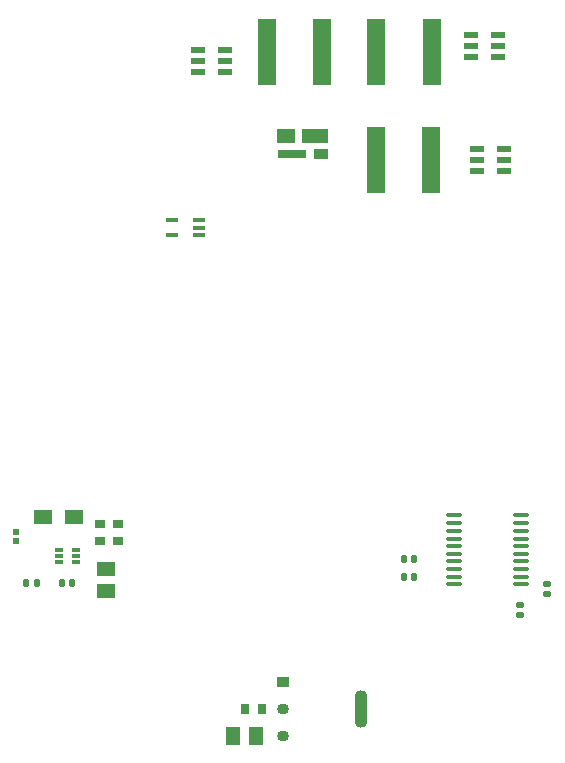
<source format=gtp>
G04*
G04 #@! TF.GenerationSoftware,Altium Limited,Altium Designer,21.6.4 (81)*
G04*
G04 Layer_Color=8421504*
%FSLAX23Y23*%
%MOIN*%
G70*
G04*
G04 #@! TF.SameCoordinates,B862E28A-B53C-4780-801C-F1A4676C09CD*
G04*
G04*
G04 #@! TF.FilePolarity,Positive*
G04*
G01*
G75*
%ADD19R,0.051X0.019*%
%ADD20R,0.063X0.224*%
%ADD21R,0.051X0.059*%
%ADD22R,0.059X0.051*%
%ADD23R,0.026X0.035*%
%ADD24R,0.035X0.026*%
G04:AMPARAMS|DCode=25|XSize=19mil|YSize=24mil|CornerRadius=2mil|HoleSize=0mil|Usage=FLASHONLY|Rotation=0.000|XOffset=0mil|YOffset=0mil|HoleType=Round|Shape=RoundedRectangle|*
%AMROUNDEDRECTD25*
21,1,0.019,0.020,0,0,0.0*
21,1,0.015,0.024,0,0,0.0*
1,1,0.004,0.008,-0.010*
1,1,0.004,-0.008,-0.010*
1,1,0.004,-0.008,0.010*
1,1,0.004,0.008,0.010*
%
%ADD25ROUNDEDRECTD25*%
G04:AMPARAMS|DCode=26|XSize=19mil|YSize=24mil|CornerRadius=2mil|HoleSize=0mil|Usage=FLASHONLY|Rotation=270.000|XOffset=0mil|YOffset=0mil|HoleType=Round|Shape=RoundedRectangle|*
%AMROUNDEDRECTD26*
21,1,0.019,0.020,0,0,270.0*
21,1,0.015,0.024,0,0,270.0*
1,1,0.004,-0.010,-0.008*
1,1,0.004,-0.010,0.008*
1,1,0.004,0.010,0.008*
1,1,0.004,0.010,-0.008*
%
%ADD26ROUNDEDRECTD26*%
%ADD27R,0.087X0.047*%
%ADD28R,0.059X0.051*%
%ADD29R,0.094X0.031*%
%ADD30R,0.051X0.035*%
G04:AMPARAMS|DCode=31|XSize=26mil|YSize=12mil|CornerRadius=1mil|HoleSize=0mil|Usage=FLASHONLY|Rotation=180.000|XOffset=0mil|YOffset=0mil|HoleType=Round|Shape=RoundedRectangle|*
%AMROUNDEDRECTD31*
21,1,0.026,0.010,0,0,180.0*
21,1,0.024,0.012,0,0,180.0*
1,1,0.002,-0.012,0.005*
1,1,0.002,0.012,0.005*
1,1,0.002,0.012,-0.005*
1,1,0.002,-0.012,-0.005*
%
%ADD31ROUNDEDRECTD31*%
%ADD32R,0.020X0.020*%
%ADD33O,0.053X0.016*%
G04:AMPARAMS|DCode=34|XSize=37mil|YSize=16mil|CornerRadius=2mil|HoleSize=0mil|Usage=FLASHONLY|Rotation=180.000|XOffset=0mil|YOffset=0mil|HoleType=Round|Shape=RoundedRectangle|*
%AMROUNDEDRECTD34*
21,1,0.037,0.012,0,0,180.0*
21,1,0.033,0.016,0,0,180.0*
1,1,0.004,-0.017,0.006*
1,1,0.004,0.017,0.006*
1,1,0.004,0.017,-0.006*
1,1,0.004,-0.017,-0.006*
%
%ADD34ROUNDEDRECTD34*%
G04:AMPARAMS|DCode=35|XSize=40mil|YSize=125mil|CornerRadius=17mil|HoleSize=0mil|Usage=FLASHONLY|Rotation=0.000|XOffset=0mil|YOffset=0mil|HoleType=Round|Shape=RoundedRectangle|*
%AMROUNDEDRECTD35*
21,1,0.040,0.091,0,0,0.0*
21,1,0.005,0.125,0,0,0.0*
1,1,0.034,0.003,-0.045*
1,1,0.034,-0.003,-0.045*
1,1,0.034,-0.003,0.045*
1,1,0.034,0.003,0.045*
%
%ADD35ROUNDEDRECTD35*%
G04:AMPARAMS|DCode=36|XSize=40mil|YSize=34mil|CornerRadius=17mil|HoleSize=0mil|Usage=FLASHONLY|Rotation=0.000|XOffset=0mil|YOffset=0mil|HoleType=Round|Shape=RoundedRectangle|*
%AMROUNDEDRECTD36*
21,1,0.040,0.000,0,0,0.0*
21,1,0.005,0.034,0,0,0.0*
1,1,0.034,0.003,0.000*
1,1,0.034,-0.003,0.000*
1,1,0.034,-0.003,0.000*
1,1,0.034,0.003,0.000*
%
%ADD36ROUNDEDRECTD36*%
%ADD37R,0.040X0.034*%
%ADD38R,0.059X0.047*%
D19*
X1995Y2343D02*
D03*
Y2380D02*
D03*
Y2417D02*
D03*
X2085D02*
D03*
Y2380D02*
D03*
Y2343D02*
D03*
X2015Y1963D02*
D03*
Y2000D02*
D03*
Y2037D02*
D03*
X2105D02*
D03*
Y2000D02*
D03*
Y1963D02*
D03*
X1085Y2293D02*
D03*
Y2330D02*
D03*
Y2367D02*
D03*
X1175D02*
D03*
Y2330D02*
D03*
Y2293D02*
D03*
D20*
X1680Y2360D02*
D03*
X1865D02*
D03*
X1677Y2000D02*
D03*
X1863D02*
D03*
X1500Y2360D02*
D03*
X1315D02*
D03*
D21*
X1277Y80D02*
D03*
X1203D02*
D03*
D22*
X780Y563D02*
D03*
Y637D02*
D03*
D23*
X1243Y170D02*
D03*
X1300D02*
D03*
D24*
X760Y730D02*
D03*
Y787D02*
D03*
X820Y730D02*
D03*
Y787D02*
D03*
D25*
X1771Y670D02*
D03*
X1806D02*
D03*
Y610D02*
D03*
X1771D02*
D03*
X512Y590D02*
D03*
X548D02*
D03*
X666D02*
D03*
X631D02*
D03*
D26*
X2250Y588D02*
D03*
Y552D02*
D03*
X2160Y482D02*
D03*
Y518D02*
D03*
D27*
X1476Y2080D02*
D03*
D28*
X1380D02*
D03*
D29*
X1398Y2019D02*
D03*
D30*
X1494D02*
D03*
D31*
X622Y661D02*
D03*
Y680D02*
D03*
Y700D02*
D03*
X680D02*
D03*
Y680D02*
D03*
Y661D02*
D03*
D32*
X480Y760D02*
D03*
Y729D02*
D03*
D33*
X1937Y815D02*
D03*
Y790D02*
D03*
Y764D02*
D03*
Y738D02*
D03*
Y713D02*
D03*
Y687D02*
D03*
Y662D02*
D03*
Y636D02*
D03*
Y610D02*
D03*
Y585D02*
D03*
X2163Y815D02*
D03*
Y790D02*
D03*
Y764D02*
D03*
Y738D02*
D03*
Y713D02*
D03*
Y687D02*
D03*
Y662D02*
D03*
Y636D02*
D03*
Y610D02*
D03*
Y585D02*
D03*
D34*
X1000Y1749D02*
D03*
Y1800D02*
D03*
X1087D02*
D03*
Y1774D02*
D03*
Y1749D02*
D03*
D35*
X1629Y170D02*
D03*
D36*
X1370Y80D02*
D03*
Y170D02*
D03*
D37*
Y260D02*
D03*
D38*
X673Y810D02*
D03*
X567D02*
D03*
M02*

</source>
